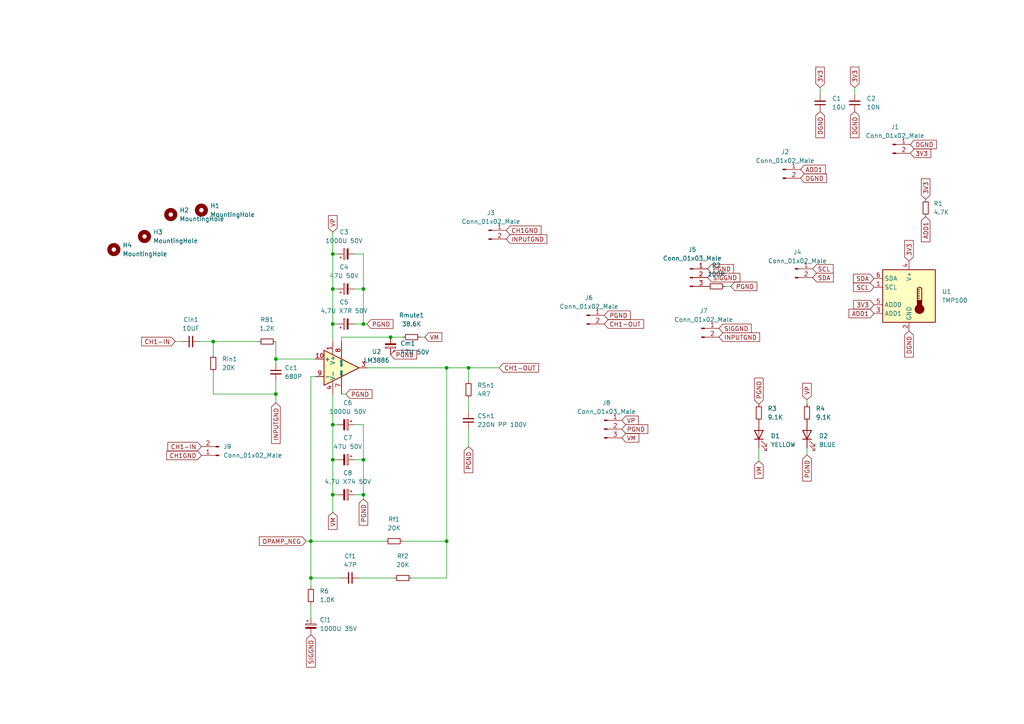
<source format=kicad_sch>
(kicad_sch (version 20211123) (generator eeschema)
  (paper "A4")
  (lib_symbols
    (symbol "Amplifier_Audio:LM3886" (pin_names (offset 0.127))
      (property "Reference" "U" (at 5.08 6.35 0))
      (property "Value" "LM3886" (at 5.08 3.81 0))
      (symbol "LM3886_0_1"
        (polyline (pts (xy -5.08 5.08) (xy 5.08 0) (xy -5.08 -5.08) (xy -5.08 5.08)) (stroke (width 0.254)) (fill (type background)))
      )
      (symbol "LM3886_1_1"
        (pin power_in line (at -2.54 7.62 270) (length 3.81) (name "V+") (number "1"))
        (pin input line (at -7.62 2.54 0) (length 2.54) (name "+") (number "10"))
        (pin no_connect line (at 2.54 2.54 270) (length 2.54) hide (name "NC") (number "11"))
        (pin no_connect line (at -2.54 2.54 270) (length 2.54) hide (name "NC") (number "2"))
        (pin output line (at 7.62 0 180) (length 2.54) (name "~") (number "3"))
        (pin power_in line (at -2.54 -7.62 90) (length 3.81) (name "V-") (number "4"))
        (pin passive line (at -2.54 7.62 270) (length 3.81) hide (name "V+") (number "5"))
        (pin no_connect line (at 0 2.54 270) (length 2.54) hide (name "NC") (number "6"))
        (pin power_in line (at 0 -7.62 90) (length 5.08) (name "GND") (number "7"))
        (pin input line (at 0 7.62 270) (length 5.08) (name "MUTE") (number "8"))
        (pin input line (at -7.62 -2.54 0) (length 2.54) (name "-") (number "9"))
      )
    )
    (symbol "Connector:Conn_01x02_Male" (pin_names (offset 1.016) hide)
      (property "Reference" "J" (at 0 2.54 0))
      (property "Value" "Conn_01x02_Male" (at 0 -5.08 0))
      (symbol "Conn_01x02_Male_1_1"
        (polyline (pts (xy 1.27 -2.54) (xy 0.8636 -2.54)) (stroke (width 0.1524)))
        (polyline (pts (xy 1.27 0) (xy 0.8636 0)) (stroke (width 0.1524)))
        (rectangle (start 0.8636 -2.413) (end 0 -2.667) (stroke (width 0.1524)) (fill (type outline)))
        (rectangle (start 0.8636 0.127) (end 0 -0.127) (stroke (width 0.1524)) (fill (type outline)))
        (pin passive line (at 5.08 0 180) (length 3.81) (name "Pin_1") (number "1"))
        (pin passive line (at 5.08 -2.54 180) (length 3.81) (name "Pin_2") (number "2"))
      )
    )
    (symbol "Connector:Conn_01x03_Male" (pin_names (offset 1.016) hide)
      (property "Reference" "J" (at 0 5.08 0))
      (property "Value" "Conn_01x03_Male" (at 0 -5.08 0))
      (symbol "Conn_01x03_Male_1_1"
        (polyline (pts (xy 1.27 -2.54) (xy 0.8636 -2.54)) (stroke (width 0.1524)))
        (polyline (pts (xy 1.27 0) (xy 0.8636 0)) (stroke (width 0.1524)))
        (polyline (pts (xy 1.27 2.54) (xy 0.8636 2.54)) (stroke (width 0.1524)))
        (rectangle (start 0.8636 -2.413) (end 0 -2.667) (stroke (width 0.1524)) (fill (type outline)))
        (rectangle (start 0.8636 0.127) (end 0 -0.127) (stroke (width 0.1524)) (fill (type outline)))
        (rectangle (start 0.8636 2.667) (end 0 2.413) (stroke (width 0.1524)) (fill (type outline)))
        (pin passive line (at 5.08 2.54 180) (length 3.81) (name "Pin_1") (number "1"))
        (pin passive line (at 5.08 0 180) (length 3.81) (name "Pin_2") (number "2"))
        (pin passive line (at 5.08 -2.54 180) (length 3.81) (name "Pin_3") (number "3"))
      )
    )
    (symbol "Device:C_Polarized_Small" (pin_numbers hide) (pin_names (offset 0.254) hide)
      (property "Reference" "C" (at 0.254 1.778 0))
      (property "Value" "C_Polarized_Small" (at 0.254 -2.032 0))
      (symbol "C_Polarized_Small_0_1"
        (rectangle (start -1.524 -0.3048) (end 1.524 -0.6858) (fill (type outline)))
        (rectangle (start -1.524 0.6858) (end 1.524 0.3048))
        (polyline (pts (xy -1.27 1.524) (xy -0.762 1.524)))
        (polyline (pts (xy -1.016 1.27) (xy -1.016 1.778)))
      )
      (symbol "C_Polarized_Small_1_1"
        (pin passive line (at 0 2.54 270) (length 1.8542) (name "~") (number "1"))
        (pin passive line (at 0 -2.54 90) (length 1.8542) (name "~") (number "2"))
      )
    )
    (symbol "Device:C_Small" (pin_numbers hide) (pin_names (offset 0.254) hide)
      (property "Reference" "C" (at 0.254 1.778 0))
      (property "Value" "C_Small" (at 0.254 -2.032 0))
      (symbol "C_Small_0_1"
        (polyline (pts (xy -1.524 -0.508) (xy 1.524 -0.508)) (stroke (width 0.3302)))
        (polyline (pts (xy -1.524 0.508) (xy 1.524 0.508)) (stroke (width 0.3048)))
      )
      (symbol "C_Small_1_1"
        (pin passive line (at 0 2.54 270) (length 2.032) (name "~") (number "1"))
        (pin passive line (at 0 -2.54 90) (length 2.032) (name "~") (number "2"))
      )
    )
    (symbol "Device:LED" (pin_numbers hide) (pin_names (offset 1.016) hide)
      (property "Reference" "D" (at 0 2.54 0))
      (property "Value" "LED" (at 0 -2.54 0))
      (symbol "LED_0_1"
        (polyline (pts (xy -1.27 -1.27) (xy -1.27 1.27)) (stroke (width 0.254)))
        (polyline (pts (xy -1.27 0) (xy 1.27 0)))
        (polyline (pts (xy 1.27 -1.27) (xy 1.27 1.27) (xy -1.27 0) (xy 1.27 -1.27)) (stroke (width 0.254)))
        (polyline (pts (xy -3.048 -0.762) (xy -4.572 -2.286) (xy -3.81 -2.286) (xy -4.572 -2.286) (xy -4.572 -1.524)))
        (polyline (pts (xy -1.778 -0.762) (xy -3.302 -2.286) (xy -2.54 -2.286) (xy -3.302 -2.286) (xy -3.302 -1.524)))
      )
      (symbol "LED_1_1"
        (pin passive line (at -3.81 0 0) (length 2.54) (name "K") (number "1"))
        (pin passive line (at 3.81 0 180) (length 2.54) (name "A") (number "2"))
      )
    )
    (symbol "Device:R_Small" (pin_numbers hide) (pin_names (offset 0.254) hide)
      (property "Reference" "R" (at 0.762 0.508 0))
      (property "Value" "R_Small" (at 0.762 -1.016 0))
      (symbol "R_Small_0_1"
        (rectangle (start -0.762 1.778) (end 0.762 -1.778) (stroke (width 0.2032)))
      )
      (symbol "R_Small_1_1"
        (pin passive line (at 0 2.54 270) (length 0.762) (name "~") (number "1"))
        (pin passive line (at 0 -2.54 90) (length 0.762) (name "~") (number "2"))
      )
    )
    (symbol "Mechanical:MountingHole" (pin_names (offset 1.016))
      (property "Reference" "H" (at 0 5.08 0))
      (property "Value" "MountingHole" (at 0 3.175 0))
      (symbol "MountingHole_0_1"
        (circle (center 0 0) (radius 1.27) (stroke (width 1.27)))
      )
    )
    (symbol "Sensor_Temperature:TMP100"
      (property "Reference" "U" (at 10.16 6.35 0))
      (property "Value" "TMP100" (at 12.7 3.81 0))
      (symbol "TMP100_0_1"
        (rectangle (start -7.62 7.62) (end 7.62 -7.62) (stroke (width 0.254)) (fill (type background)))
      )
      (symbol "TMP100_1_1"
        (polyline (pts (xy 2.413 -0.635) (xy 3.048 -0.635)) (stroke (width 0.254)))
        (polyline (pts (xy 2.413 0) (xy 3.048 0)) (stroke (width 0.254)))
        (polyline (pts (xy 2.413 0.635) (xy 3.048 0.635)) (stroke (width 0.254)))
        (polyline (pts (xy 2.413 1.27) (xy 3.048 1.27)) (stroke (width 0.254)))
        (polyline (pts (xy 2.413 1.905) (xy 2.413 -1.27)) (stroke (width 0.254)))
        (polyline (pts (xy 2.413 1.905) (xy 3.048 1.905)) (stroke (width 0.254)))
        (polyline (pts (xy 3.683 1.905) (xy 3.683 -1.27)) (stroke (width 0.254)))
        (circle (center 3.048 -3.81) (radius 1.27) (stroke (width 0.254)) (fill (type outline)))
        (rectangle (start 3.683 -3.175) (end 2.413 -1.27) (stroke (width 0.254)) (fill (type outline)))
        (arc (start 3.683 1.905) (mid 3.048 2.54) (end 2.413 1.905) (stroke (width 0.254)))
        (pin input line (at -10.16 2.54 0) (length 2.54) (name "SCL") (number "1"))
        (pin power_in line (at 0 -10.16 90) (length 2.54) (name "GND") (number "2"))
        (pin input line (at -10.16 -5.08 0) (length 2.54) (name "ADD1") (number "3"))
        (pin power_in line (at 0 10.16 270) (length 2.54) (name "V+") (number "4"))
        (pin input line (at -10.16 -2.54 0) (length 2.54) (name "ADD0") (number "5"))
        (pin bidirectional line (at -10.16 5.08 0) (length 2.54) (name "SDA") (number "6"))
      )
    )
  )
  (junction (at 80.01 104.14))
  (junction (at 96.52 83.82))
  (junction (at 129.54 106.68))
  (junction (at 96.52 123.19))
  (junction (at 135.89 106.68))
  (junction (at 129.54 156.972))
  (junction (at 80.01 114.3))
  (junction (at 90.17 156.972))
  (junction (at 105.41 83.82))
  (junction (at 90.17 167.64))
  (junction (at 105.41 93.98))
  (junction (at 96.52 73.66))
  (junction (at 61.849 99.06))
  (junction (at 105.41 133.35))
  (junction (at 96.52 143.51))
  (junction (at 96.52 93.98))
  (junction (at 96.52 133.35))
  (junction (at 105.41 143.51))
  (junction (at 113.284 97.79))
  (wire (pts (xy 90.17 156.972) (xy 90.17 167.64)))
  (wire (pts (xy 116.84 156.972) (xy 129.54 156.972)))
  (wire (pts (xy 102.87 133.35) (xy 105.41 133.35)))
  (wire (pts (xy 80.01 104.14) (xy 91.44 104.14)))
  (wire (pts (xy 105.41 83.82) (xy 105.41 93.98)))
  (wire (pts (xy 135.89 115.57) (xy 135.89 119.38)))
  (wire (pts (xy 90.17 156.972) (xy 111.76 156.972)))
  (wire (pts (xy 121.92 97.79) (xy 123.19 97.79)))
  (wire (pts (xy 80.01 104.14) (xy 80.01 99.06)))
  (wire (pts (xy 61.849 114.3) (xy 80.01 114.3)))
  (wire (pts (xy 135.89 106.68) (xy 135.89 110.49)))
  (wire (pts (xy 88.773 156.972) (xy 90.17 156.972)))
  (wire (pts (xy 96.52 133.35) (xy 96.52 143.51)))
  (wire (pts (xy 96.52 123.19) (xy 96.52 133.35)))
  (wire (pts (xy 105.41 143.51) (xy 105.41 144.78)))
  (wire (pts (xy 129.54 106.68) (xy 129.54 156.972)))
  (wire (pts (xy 96.52 133.35) (xy 97.79 133.35)))
  (wire (pts (xy 129.54 156.972) (xy 129.54 167.64)))
  (wire (pts (xy 237.871 27.305) (xy 237.871 25.4)))
  (wire (pts (xy 105.41 73.66) (xy 105.41 83.82)))
  (wire (pts (xy 90.17 109.22) (xy 90.17 156.972)))
  (wire (pts (xy 119.38 167.64) (xy 129.54 167.64)))
  (wire (pts (xy 80.01 104.14) (xy 80.01 105.41)))
  (wire (pts (xy 105.41 93.98) (xy 106.426 93.98)))
  (wire (pts (xy 113.284 97.79) (xy 116.84 97.79)))
  (wire (pts (xy 96.52 143.51) (xy 97.79 143.51)))
  (wire (pts (xy 99.06 114.3) (xy 100.33 114.3)))
  (wire (pts (xy 102.87 73.66) (xy 105.41 73.66)))
  (wire (pts (xy 247.904 27.305) (xy 247.904 25.4)))
  (wire (pts (xy 50.8 99.06) (xy 52.832 99.06)))
  (wire (pts (xy 99.06 97.79) (xy 113.284 97.79)))
  (wire (pts (xy 61.849 99.06) (xy 61.849 102.87)))
  (wire (pts (xy 129.54 106.68) (xy 135.89 106.68)))
  (wire (pts (xy 96.52 83.82) (xy 97.79 83.82)))
  (wire (pts (xy 99.06 167.64) (xy 90.17 167.64)))
  (wire (pts (xy 102.87 143.51) (xy 105.41 143.51)))
  (wire (pts (xy 105.41 133.35) (xy 105.41 143.51)))
  (wire (pts (xy 96.52 73.66) (xy 96.52 83.82)))
  (wire (pts (xy 96.52 73.66) (xy 97.79 73.66)))
  (wire (pts (xy 105.41 123.19) (xy 105.41 133.35)))
  (wire (pts (xy 135.89 106.68) (xy 144.78 106.68)))
  (wire (pts (xy 220.091 133.731) (xy 220.091 129.921)))
  (wire (pts (xy 234.061 131.953) (xy 234.061 129.921)))
  (wire (pts (xy 61.849 107.95) (xy 61.849 114.3)))
  (wire (pts (xy 57.912 99.06) (xy 61.849 99.06)))
  (wire (pts (xy 91.44 109.22) (xy 90.17 109.22)))
  (wire (pts (xy 96.52 83.82) (xy 96.52 93.98)))
  (wire (pts (xy 135.89 124.46) (xy 135.89 129.54)))
  (wire (pts (xy 96.52 123.19) (xy 97.79 123.19)))
  (wire (pts (xy 80.01 114.3) (xy 80.01 110.49)))
  (wire (pts (xy 99.06 97.79) (xy 99.06 99.06)))
  (wire (pts (xy 102.87 83.82) (xy 105.41 83.82)))
  (wire (pts (xy 210.312 83.058) (xy 211.963 83.058)))
  (wire (pts (xy 90.17 175.26) (xy 90.17 179.07)))
  (wire (pts (xy 90.17 167.64) (xy 90.17 170.18)))
  (wire (pts (xy 102.87 93.98) (xy 105.41 93.98)))
  (wire (pts (xy 96.52 114.3) (xy 96.52 123.19)))
  (wire (pts (xy 106.68 106.68) (xy 129.54 106.68)))
  (wire (pts (xy 96.52 93.98) (xy 97.79 93.98)))
  (wire (pts (xy 96.52 143.51) (xy 96.52 148.59)))
  (wire (pts (xy 80.01 114.3) (xy 80.01 116.84)))
  (wire (pts (xy 104.14 167.64) (xy 114.3 167.64)))
  (wire (pts (xy 102.87 123.19) (xy 105.41 123.19)))
  (wire (pts (xy 234.061 115.951) (xy 234.061 117.221)))
  (wire (pts (xy 61.849 99.06) (xy 74.93 99.06)))
  (wire (pts (xy 96.52 93.98) (xy 96.52 99.06)))
  (wire (pts (xy 96.52 67.31) (xy 96.52 73.66)))
  (global_label "3V3" (shape input) (at 264.033 44.45 0) (property "Intersheet References" "${INTERSHEET_REFS}" (effects hide)))
  (global_label "ADD1" (shape input) (at 232.156 49.149 0) (property "Intersheet References" "${INTERSHEET_REFS}" (effects hide)))
  (global_label "CH1-OUT" (shape input) (at 144.78 106.68 0) (property "Intersheet References" "${INTERSHEET_REFS}" (effects hide)))
  (global_label "VP" (shape input) (at 234.061 115.951 90) (property "Intersheet References" "${INTERSHEET_REFS}" (effects hide)))
  (global_label "PGND" (shape input) (at 234.061 131.953 270) (property "Intersheet References" "${INTERSHEET_REFS}" (effects hide)))
  (global_label "DGND" (shape input) (at 237.871 32.385 270) (property "Intersheet References" "${INTERSHEET_REFS}" (effects hide)))
  (global_label "DGND" (shape input) (at 247.904 32.385 270) (property "Intersheet References" "${INTERSHEET_REFS}" (effects hide)))
  (global_label "PGND" (shape input) (at 105.41 144.78 270) (property "Intersheet References" "${INTERSHEET_REFS}" (effects hide)))
  (global_label "CH1-IN" (shape input) (at 58.42 129.54 180) (property "Intersheet References" "${INTERSHEET_REFS}" (effects hide)))
  (global_label "PGND" (shape input) (at 180.34 124.46 0) (property "Intersheet References" "${INTERSHEET_REFS}" (effects hide)))
  (global_label "CH1-IN" (shape input) (at 50.8 99.06 180) (property "Intersheet References" "${INTERSHEET_REFS}" (effects hide)))
  (global_label "PGND" (shape input) (at 211.963 83.058 0) (property "Intersheet References" "${INTERSHEET_REFS}" (effects hide)))
  (global_label "VP" (shape input) (at 180.34 121.92 0) (property "Intersheet References" "${INTERSHEET_REFS}" (effects hide)))
  (global_label "3V3" (shape input) (at 247.904 25.4 90) (property "Intersheet References" "${INTERSHEET_REFS}" (effects hide)))
  (global_label "SIGGND" (shape input) (at 90.17 184.15 270) (property "Intersheet References" "${INTERSHEET_REFS}" (effects hide)))
  (global_label "SIGGND" (shape input) (at 205.232 80.518 0) (property "Intersheet References" "${INTERSHEET_REFS}" (effects hide)))
  (global_label "OPAMP_NEG" (shape input) (at 88.773 156.972 180) (property "Intersheet References" "${INTERSHEET_REFS}" (effects hide)))
  (global_label "PGND" (shape input) (at 113.284 102.87 0) (property "Intersheet References" "${INTERSHEET_REFS}" (effects hide)))
  (global_label "PGND" (shape input) (at 205.232 77.978 0) (property "Intersheet References" "${INTERSHEET_REFS}" (effects hide)))
  (global_label "3V3" (shape input) (at 237.871 25.4 90) (property "Intersheet References" "${INTERSHEET_REFS}" (effects hide)))
  (global_label "DGND" (shape input) (at 264.033 41.91 0) (property "Intersheet References" "${INTERSHEET_REFS}" (effects hide)))
  (global_label "VM" (shape input) (at 180.34 127 0) (property "Intersheet References" "${INTERSHEET_REFS}" (effects hide)))
  (global_label "INPUTGND" (shape input) (at 146.812 69.342 0) (property "Intersheet References" "${INTERSHEET_REFS}" (effects hide)))
  (global_label "PGND" (shape input) (at 100.33 114.3 0) (property "Intersheet References" "${INTERSHEET_REFS}" (effects hide)))
  (global_label "SDA" (shape input) (at 235.712 80.518 0) (property "Intersheet References" "${INTERSHEET_REFS}" (effects hide)))
  (global_label "VM" (shape input) (at 220.091 133.731 270) (property "Intersheet References" "${INTERSHEET_REFS}" (effects hide)))
  (global_label "VP" (shape input) (at 96.52 67.31 90) (property "Intersheet References" "${INTERSHEET_REFS}" (effects hide)))
  (global_label "SIGGND" (shape input) (at 208.534 95.25 0) (property "Intersheet References" "${INTERSHEET_REFS}" (effects hide)))
  (global_label "3V3" (shape input) (at 268.478 57.785 90) (property "Intersheet References" "${INTERSHEET_REFS}" (effects hide)))
  (global_label "ADD1" (shape input) (at 268.478 62.865 270) (property "Intersheet References" "${INTERSHEET_REFS}" (effects hide)))
  (global_label "3V3" (shape input) (at 253.492 88.392 180) (property "Intersheet References" "${INTERSHEET_REFS}" (effects hide)))
  (global_label "PGND" (shape input) (at 220.091 117.221 90) (property "Intersheet References" "${INTERSHEET_REFS}" (effects hide)))
  (global_label "CH1GND" (shape input) (at 58.42 132.08 180) (property "Intersheet References" "${INTERSHEET_REFS}" (effects hide)))
  (global_label "CH1GND" (shape input) (at 146.812 66.802 0) (property "Intersheet References" "${INTERSHEET_REFS}" (effects hide)))
  (global_label "DGND" (shape input) (at 263.652 96.012 270) (property "Intersheet References" "${INTERSHEET_REFS}" (effects hide)))
  (global_label "PGND" (shape input) (at 106.426 93.98 0) (property "Intersheet References" "${INTERSHEET_REFS}" (effects hide)))
  (global_label "INPUTGND" (shape input) (at 80.01 116.84 270) (property "Intersheet References" "${INTERSHEET_REFS}" (effects hide)))
  (global_label "VM" (shape input) (at 123.19 97.79 0) (property "Intersheet References" "${INTERSHEET_REFS}" (effects hide)))
  (global_label "VM" (shape input) (at 96.52 148.59 270) (property "Intersheet References" "${INTERSHEET_REFS}" (effects hide)))
  (global_label "CH1-OUT" (shape input) (at 175.26 93.98 0) (property "Intersheet References" "${INTERSHEET_REFS}" (effects hide)))
  (global_label "3V3" (shape input) (at 263.652 75.692 90) (property "Intersheet References" "${INTERSHEET_REFS}" (effects hide)))
  (global_label "SDA" (shape input) (at 253.492 80.772 180) (property "Intersheet References" "${INTERSHEET_REFS}" (effects hide)))
  (global_label "SCL" (shape input) (at 235.712 77.978 0) (property "Intersheet References" "${INTERSHEET_REFS}" (effects hide)))
  (global_label "ADD1" (shape input) (at 253.492 90.932 180) (property "Intersheet References" "${INTERSHEET_REFS}" (effects hide)))
  (global_label "INPUTGND" (shape input) (at 208.534 97.79 0) (property "Intersheet References" "${INTERSHEET_REFS}" (effects hide)))
  (global_label "SCL" (shape input) (at 253.492 83.312 180) (property "Intersheet References" "${INTERSHEET_REFS}" (effects hide)))
  (global_label "DGND" (shape input) (at 232.156 51.689 0) (property "Intersheet References" "${INTERSHEET_REFS}" (effects hide)))
  (global_label "PGND" (shape input) (at 175.26 91.44 0) (property "Intersheet References" "${INTERSHEET_REFS}" (effects hide)))
  (global_label "PGND" (shape input) (at 135.89 129.54 270) (property "Intersheet References" "${INTERSHEET_REFS}" (effects hide)))
  (symbol (lib_id "Connector:Conn_01x03_Male") (at 175.26 124.46 0) (unit 1)
    (property "Reference" "J8" (at 175.895 116.84 0))
    (property "Value" "Conn_01x03_Male" (at 175.895 119.38 0))
    (property "Footprint" "Connector_JST:JST_VH_B3P-VH-B_1x03_P3.96mm_Vertical" (effects hide))
  )
  (symbol (lib_id "Device:R_Small") (at 234.061 119.761 180) (unit 1)
    (property "Reference" "R4" (at 236.601 118.4909 0) (effects (justify right)))
    (property "Value" "9.1K" (at 236.601 121.0309 0) (effects (justify right)))
    (property "Footprint" "Resistor_SMD:R_0805_2012Metric_Pad1.20x1.40mm_HandSolder" (effects hide))
  )
  (symbol (lib_id "Device:C_Polarized_Small") (at 100.33 143.51 270) (unit 1)
    (property "Reference" "C8" (at 100.8761 137.16 90))
    (property "Value" "4.7U X74 50V" (at 100.8761 139.7 90))
    (property "Footprint" "Capacitor_THT:C_Disc_D6.0mm_W4.4mm_P5.00mm" (effects hide))
  )
  (symbol (lib_id "Mechanical:MountingHole") (at 49.53 62.23 0) (unit 1)
    (property "Reference" "H2" (at 52.07 60.9599 0) (effects (justify left)))
    (property "Value" "MountingHole" (at 52.07 63.4999 0) (effects (justify left)))
    (property "Footprint" "MountingHole:MountingHole_3mm" (effects hide))
  )
  (symbol (lib_id "Device:R_Small") (at 207.772 83.058 90) (unit 1)
    (property "Reference" "R2" (at 207.772 76.962 90))
    (property "Value" "100R" (at 207.772 79.502 90))
    (property "Footprint" "Resistor_SMD:R_0805_2012Metric_Pad1.20x1.40mm_HandSolder" (effects hide))
  )
  (symbol (lib_id "Device:C_Polarized_Small") (at 90.17 181.61 0) (unit 1)
    (property "Reference" "Ci1" (at 92.71 179.7938 0) (effects (justify left)))
    (property "Value" "1000U 35V" (at 92.71 182.3338 0) (effects (justify left)))
    (property "Footprint" "Capacitor_THT:CP_Radial_D16.0mm_P7.50mm" (effects hide))
  )
  (symbol (lib_id "Device:R_Small") (at 135.89 113.03 180) (unit 1)
    (property "Reference" "RSn1" (at 138.43 111.7599 0) (effects (justify right)))
    (property "Value" "4R7" (at 138.43 114.2999 0) (effects (justify right)))
    (property "Footprint" "Resistor_THT:R_Axial_DIN0411_L9.9mm_D3.6mm_P12.70mm_Horizontal" (effects hide))
  )
  (symbol (lib_id "Device:R_Small") (at 114.3 156.972 270) (unit 1)
    (property "Reference" "Rf1" (at 114.3 150.622 90))
    (property "Value" "20K" (at 114.3 153.162 90))
    (property "Footprint" "Resistor_THT:R_Axial_DIN0207_L6.3mm_D2.5mm_P10.16mm_Horizontal" (effects hide))
  )
  (symbol (lib_id "Device:R_Small") (at 268.478 60.325 0) (unit 1)
    (property "Reference" "R1" (at 270.764 59.0549 0) (effects (justify left)))
    (property "Value" "4.7K" (at 270.764 61.5949 0) (effects (justify left)))
    (property "Footprint" "Resistor_SMD:R_0603_1608Metric_Pad0.98x0.95mm_HandSolder" (effects hide))
  )
  (symbol (lib_id "Connector:Conn_01x02_Male") (at 63.5 132.08 180) (unit 1)
    (property "Reference" "J9" (at 64.77 129.5399 0) (effects (justify right)))
    (property "Value" "Conn_01x02_Male" (at 64.77 132.0799 0) (effects (justify right)))
    (property "Footprint" "Connector_JST:JST_PH_B2B-PH-K_1x02_P2.00mm_Vertical" (effects hide))
  )
  (symbol (lib_id "Device:R_Small") (at 90.17 172.72 0) (unit 1)
    (property "Reference" "R6" (at 92.71 171.4499 0) (effects (justify left)))
    (property "Value" "1.0K" (at 92.71 173.9899 0) (effects (justify left)))
    (property "Footprint" "Resistor_THT:R_Axial_DIN0207_L6.3mm_D2.5mm_P10.16mm_Horizontal" (effects hide))
  )
  (symbol (lib_id "Device:C_Small") (at 55.372 99.06 90) (unit 1)
    (property "Reference" "Cin1" (at 55.3783 92.71 90))
    (property "Value" "10UF" (at 55.3783 95.25 90))
    (property "Footprint" "Capacitor_THT:CP_Radial_D5.0mm_P2.00mm" (effects hide))
  )
  (symbol (lib_id "Mechanical:MountingHole") (at 33.02 72.39 0) (unit 1)
    (property "Reference" "H4" (at 35.56 71.1199 0) (effects (justify left)))
    (property "Value" "MountingHole" (at 35.56 73.6599 0) (effects (justify left)))
    (property "Footprint" "MountingHole:MountingHole_3mm" (effects hide))
  )
  (symbol (lib_id "Device:R_Small") (at 116.84 167.64 270) (unit 1)
    (property "Reference" "Rf2" (at 116.84 161.29 90))
    (property "Value" "20K" (at 116.84 163.83 90))
    (property "Footprint" "Resistor_THT:R_Axial_DIN0207_L6.3mm_D2.5mm_P10.16mm_Horizontal" (effects hide))
  )
  (symbol (lib_id "Device:R_Small") (at 220.091 119.761 180) (unit 1)
    (property "Reference" "R3" (at 222.631 118.4909 0) (effects (justify right)))
    (property "Value" "9.1K" (at 222.631 121.0309 0) (effects (justify right)))
    (property "Footprint" "Resistor_SMD:R_0805_2012Metric_Pad1.20x1.40mm_HandSolder" (effects hide))
  )
  (symbol (lib_id "Device:C_Small") (at 237.871 29.845 180) (unit 1)
    (property "Reference" "C1" (at 241.3 28.5685 0) (effects (justify right)))
    (property "Value" "10U" (at 241.3 31.1085 0) (effects (justify right)))
    (property "Footprint" "Resistor_SMD:R_1206_3216Metric_Pad1.30x1.75mm_HandSolder" (effects hide))
  )
  (symbol (lib_id "Mechanical:MountingHole") (at 41.91 68.58 0) (unit 1)
    (property "Reference" "H3" (at 44.45 67.3099 0) (effects (justify left)))
    (property "Value" "MountingHole" (at 44.45 69.8499 0) (effects (justify left)))
    (property "Footprint" "MountingHole:MountingHole_3mm" (effects hide))
  )
  (symbol (lib_id "Connector:Conn_01x02_Male") (at 230.632 77.978 0) (unit 1)
    (property "Reference" "J4" (at 231.267 73.152 0))
    (property "Value" "Conn_01x02_Male" (at 231.267 75.692 0))
    (property "Footprint" "Connector_JST:JST_PH_B2B-PH-K_1x02_P2.00mm_Vertical" (effects hide))
  )
  (symbol (lib_id "Device:LED") (at 220.091 126.111 90) (unit 1)
    (property "Reference" "D1" (at 223.52 126.4284 90) (effects (justify right)))
    (property "Value" "YELLOW" (at 223.52 128.9684 90) (effects (justify right)))
    (property "Footprint" "LED_SMD:LED_0805_2012Metric_Pad1.15x1.40mm_HandSolder" (effects hide))
  )
  (symbol (lib_id "Device:R_Small") (at 61.849 105.41 180) (unit 1)
    (property "Reference" "Rin1" (at 64.389 104.1399 0) (effects (justify right)))
    (property "Value" "20K" (at 64.389 106.6799 0) (effects (justify right)))
    (property "Footprint" "Resistor_THT:R_Axial_DIN0207_L6.3mm_D2.5mm_P10.16mm_Horizontal" (effects hide))
  )
  (symbol (lib_id "Device:C_Small") (at 101.6 167.64 270) (unit 1)
    (property "Reference" "Cf1" (at 101.5936 161.29 90))
    (property "Value" "47P" (at 101.5936 163.83 90))
    (property "Footprint" "Capacitor_THT:C_Disc_D9.0mm_W5.0mm_P7.50mm" (effects hide))
  )
  (symbol (lib_id "Connector:Conn_01x02_Male") (at 141.732 66.802 0) (unit 1)
    (property "Reference" "J3" (at 142.367 61.722 0))
    (property "Value" "Conn_01x02_Male" (at 142.367 64.262 0))
    (property "Footprint" "Connector_PinHeader_2.54mm:PinHeader_1x02_P2.54mm_Vertical" (effects hide))
  )
  (symbol (lib_id "Mechanical:MountingHole") (at 58.42 60.96 0) (unit 1)
    (property "Reference" "H1" (at 60.96 59.6899 0) (effects (justify left)))
    (property "Value" "MountingHole" (at 60.96 62.2299 0) (effects (justify left)))
    (property "Footprint" "MountingHole:MountingHole_3mm" (effects hide))
  )
  (symbol (lib_id "Connector:Conn_01x02_Male") (at 170.18 91.44 0) (unit 1)
    (property "Reference" "J6" (at 170.815 86.36 0))
    (property "Value" "Conn_01x02_Male" (at 170.815 88.9 0))
    (property "Footprint" "Connector_JST:JST_VH_B2P-VH_1x02_P3.96mm_Vertical" (effects hide))
  )
  (symbol (lib_id "Connector:Conn_01x02_Male") (at 203.454 95.25 0) (unit 1)
    (property "Reference" "J7" (at 204.089 90.17 0))
    (property "Value" "Conn_01x02_Male" (at 204.089 92.71 0))
    (property "Footprint" "Connector_PinHeader_2.54mm:PinHeader_1x02_P2.54mm_Vertical" (effects hide))
  )
  (symbol (lib_id "Device:C_Polarized_Small") (at 100.33 83.82 90) (unit 1)
    (property "Reference" "C4" (at 99.7839 77.47 90))
    (property "Value" "47U 50V" (at 99.7839 80.01 90))
    (property "Footprint" "Capacitor_THT:CP_Radial_D6.3mm_P2.50mm" (effects hide))
  )
  (symbol (lib_id "Connector:Conn_01x02_Male") (at 258.953 41.91 0) (unit 1)
    (property "Reference" "J1" (at 259.588 36.83 0))
    (property "Value" "Conn_01x02_Male" (at 259.588 39.37 0))
    (property "Footprint" "Connector_JST:JST_PH_B2B-PH-K_1x02_P2.00mm_Vertical" (effects hide))
  )
  (symbol (lib_id "Device:C_Small") (at 247.904 29.845 180) (unit 1)
    (property "Reference" "C2" (at 251.333 28.5685 0) (effects (justify right)))
    (property "Value" "10N" (at 251.333 31.1085 0) (effects (justify right)))
    (property "Footprint" "Resistor_SMD:R_0805_2012Metric_Pad1.20x1.40mm_HandSolder" (effects hide))
  )
  (symbol (lib_id "Device:C_Small") (at 135.89 121.92 180) (unit 1)
    (property "Reference" "CSn1" (at 138.43 120.6435 0) (effects (justify right)))
    (property "Value" " 220N PP 100V" (at 138.43 123.1835 0) (effects (justify right)))
    (property "Footprint" "Capacitor_THT:C_Rect_L18.0mm_W7.0mm_P15.00mm_FKS3_FKP3" (effects hide))
  )
  (symbol (lib_id "Amplifier_Audio:LM3886") (at 99.06 106.68 0) (unit 1)
    (property "Reference" "U2" (at 109.22 101.981 0))
    (property "Value" "LM3886" (at 109.22 104.521 0))
    (property "Footprint" "Package_TO_SOT_THT:TO-220-11_P3.4x5.08mm_StaggerOdd_Lead4.85mm_Vertical" (effects hide))
    (property "Datasheet" "http://www.ti.com/lit/ds/symlink/lm3886.pdf" (effects hide))
  )
  (symbol (lib_id "Device:C_Polarized_Small") (at 113.284 100.33 180) (unit 1)
    (property "Reference" "Cm1" (at 116.078 99.606 0) (effects (justify right)))
    (property "Value" "47U 50V" (at 116.078 102.146 0) (effects (justify right)))
    (property "Footprint" "Capacitor_THT:CP_Radial_D6.3mm_P2.50mm" (effects hide))
  )
  (symbol (lib_id "Device:LED") (at 234.061 126.111 90) (unit 1)
    (property "Reference" "D2" (at 237.49 126.4284 90) (effects (justify right)))
    (property "Value" "BLUE" (at 237.49 128.9684 90) (effects (justify right)))
    (property "Footprint" "LED_SMD:LED_0805_2012Metric_Pad1.15x1.40mm_HandSolder" (effects hide))
  )
  (symbol (lib_id "Device:C_Polarized_Small") (at 100.33 93.98 90) (unit 1)
    (property "Reference" "C5" (at 99.7839 87.63 90))
    (property "Value" "4.7U X7R 50V" (at 99.7839 90.17 90))
    (property "Footprint" "Capacitor_THT:C_Disc_D6.0mm_W4.4mm_P5.00mm" (effects hide))
  )
  (symbol (lib_id "Device:R_Small") (at 119.38 97.79 90) (unit 1)
    (property "Reference" "Rmute1" (at 119.38 91.44 90))
    (property "Value" "38.6K" (at 119.38 93.98 90))
    (property "Footprint" "Resistor_THT:R_Axial_DIN0207_L6.3mm_D2.5mm_P10.16mm_Horizontal" (effects hide))
  )
  (symbol (lib_id "Connector:Conn_01x02_Male") (at 227.076 49.149 0) (unit 1)
    (property "Reference" "J2" (at 227.711 44.069 0))
    (property "Value" "Conn_01x02_Male" (at 227.711 46.609 0))
    (property "Footprint" "Connector_PinHeader_2.54mm:PinHeader_1x02_P2.54mm_Vertical" (effects hide))
  )
  (symbol (lib_id "Device:R_Small") (at 77.47 99.06 90) (unit 1)
    (property "Reference" "RB1" (at 77.47 92.71 90))
    (property "Value" "1.2K" (at 77.47 95.25 90))
    (property "Footprint" "Resistor_THT:R_Axial_DIN0207_L6.3mm_D2.5mm_P10.16mm_Horizontal" (effects hide))
  )
  (symbol (lib_id "Connector:Conn_01x03_Male") (at 200.152 80.518 0) (unit 1)
    (property "Reference" "J5" (at 200.787 72.39 0))
    (property "Value" "Conn_01x03_Male" (at 200.787 74.93 0))
    (property "Footprint" "Connector_PinHeader_2.54mm:PinHeader_1x03_P2.54mm_Vertical" (effects hide))
  )
  (symbol (lib_id "Device:C_Polarized_Small") (at 100.33 123.19 270) (unit 1)
    (property "Reference" "C6" (at 100.8761 116.84 90))
    (property "Value" "1000U 50V" (at 100.8761 119.38 90))
    (property "Footprint" "Capacitor_THT:CP_Radial_D12.5mm_P5.00mm" (effects hide))
  )
  (symbol (lib_id "Device:C_Polarized_Small") (at 100.33 133.35 270) (unit 1)
    (property "Reference" "C7" (at 100.8761 127 90))
    (property "Value" "47U 50V" (at 100.8761 129.54 90))
    (property "Footprint" "Capacitor_THT:CP_Radial_D6.3mm_P2.50mm" (effects hide))
  )
  (symbol (lib_id "Device:C_Small") (at 80.01 107.95 0) (unit 1)
    (property "Reference" "Cc1" (at 82.55 106.6862 0) (effects (justify left)))
    (property "Value" "680P" (at 82.55 109.2262 0) (effects (justify left)))
    (property "Footprint" "Capacitor_THT:C_Disc_D11.0mm_W5.0mm_P10.00mm" (effects hide))
  )
  (symbol (lib_id "Device:C_Polarized_Small") (at 100.33 73.66 90) (unit 1)
    (property "Reference" "C3" (at 99.7839 67.31 90))
    (property "Value" "1000U 50V" (at 99.7839 69.85 90))
    (property "Footprint" "Capacitor_THT:CP_Radial_D12.5mm_P5.00mm" (effects hide))
  )
  (symbol (lib_id "Sensor_Temperature:TMP100") (at 263.652 85.852 0) (unit 1)
    (property "Reference" "U1" (at 273.177 84.5819 0) (effects (justify left)))
    (property "Value" "TMP100" (at 273.177 87.1219 0) (effects (justify left)))
    (property "Footprint" "Package_TO_SOT_SMD:SOT-23-6" (effects hide))
    (property "Datasheet" "http://www.ti.com/lit/gpn/tmp100" (effects hide))
  )
)
</source>
